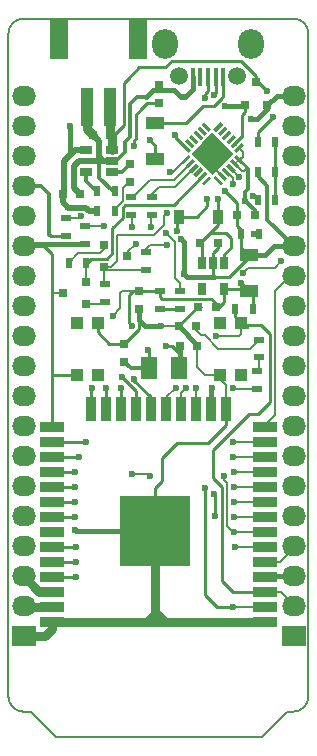
<source format=gbr>
G04 #@! TF.FileFunction,Copper,L1,Top,Signal*
%FSLAX46Y46*%
G04 Gerber Fmt 4.6, Leading zero omitted, Abs format (unit mm)*
G04 Created by KiCad (PCBNEW (2015-01-16 BZR 5376)-product) date 03-Feb-17 1:00:34 PM*
%MOMM*%
G01*
G04 APERTURE LIST*
%ADD10C,0.100000*%
%ADD11C,0.150000*%
%ADD12R,0.500000X0.900000*%
%ADD13R,0.800000X0.750000*%
%ADD14R,0.995680X3.200000*%
%ADD15R,0.998220X3.200000*%
%ADD16R,1.498600X3.398520*%
%ADD17R,1.498600X3.395980*%
%ADD18R,2.032000X1.727200*%
%ADD19O,2.032000X1.727200*%
%ADD20R,0.900000X0.500000*%
%ADD21R,1.600000X1.000000*%
%ADD22R,0.797560X0.797560*%
%ADD23R,1.060000X0.650000*%
%ADD24R,0.800100X0.800100*%
%ADD25R,0.650000X1.060000*%
%ADD26R,0.750000X0.800000*%
%ADD27R,0.400000X1.600000*%
%ADD28C,1.500000*%
%ADD29O,2.200000X2.500000*%
%ADD30R,0.910000X1.220000*%
%ADD31R,2.000000X0.900000*%
%ADD32R,0.900000X2.000000*%
%ADD33R,6.000000X6.000000*%
%ADD34R,1.000760X1.000760*%
%ADD35R,1.400000X1.900000*%
%ADD36C,0.600000*%
%ADD37C,0.250000*%
%ADD38C,0.500000*%
%ADD39C,0.800000*%
%ADD40C,0.300000*%
%ADD41C,0.200000*%
%ADD42C,0.400000*%
G04 APERTURE END LIST*
D10*
D11*
X98806000Y-128143000D02*
X99060000Y-127889000D01*
X81407000Y-128143000D02*
X98806000Y-128143000D01*
X81153000Y-127889000D02*
X81407000Y-128143000D01*
X77343000Y-124714000D02*
X77343000Y-68580000D01*
X79248000Y-125984000D02*
X78613000Y-125984000D01*
X101473000Y-125984000D02*
X100965000Y-125984000D01*
X102743000Y-68580000D02*
X102743000Y-124714000D01*
X78613000Y-67310000D02*
X101473000Y-67310000D01*
X78613000Y-67310000D02*
G75*
G03X77343000Y-68580000I0J-1270000D01*
G01*
X102743000Y-68580000D02*
G75*
G03X101473000Y-67310000I-1270000J0D01*
G01*
X101473000Y-125984000D02*
G75*
G03X102743000Y-124714000I0J1270000D01*
G01*
X77343000Y-124714000D02*
G75*
G03X78613000Y-125984000I1270000J0D01*
G01*
X81153000Y-127889000D02*
X79248000Y-125984000D01*
X100965000Y-125984000D02*
X99060000Y-127889000D01*
D12*
X98437000Y-80264000D03*
X99937000Y-80264000D03*
X98437000Y-82677000D03*
X99937000Y-82677000D03*
X99937000Y-77724000D03*
X98437000Y-77724000D03*
D13*
X81927000Y-82169000D03*
X83427000Y-82169000D03*
D14*
X85963760Y-74803000D03*
D15*
X83962240Y-74803000D03*
D16*
X88308180Y-69054980D03*
D17*
X81615280Y-69054980D03*
D18*
X78622721Y-119577474D03*
D19*
X78622721Y-117037474D03*
X78622721Y-114497474D03*
X78622721Y-111957474D03*
X78622721Y-109417474D03*
X78622721Y-106877474D03*
X78622721Y-104337474D03*
X78622721Y-101797474D03*
X78622721Y-99257474D03*
X78622721Y-96717474D03*
X78622721Y-94177474D03*
X78622721Y-91637474D03*
X78622721Y-89097474D03*
X78622721Y-86557474D03*
X78622721Y-84017474D03*
X78622721Y-81477474D03*
X78622721Y-78937474D03*
X78622721Y-76397474D03*
X78622721Y-73857474D03*
D18*
X101482721Y-119577474D03*
D19*
X101482721Y-117037474D03*
X101482721Y-114497474D03*
X101482721Y-111957474D03*
X101482721Y-109417474D03*
X101482721Y-106877474D03*
X101482721Y-104337474D03*
X101482721Y-101797474D03*
X101482721Y-99257474D03*
X101482721Y-96717474D03*
X101482721Y-94177474D03*
X101482721Y-91637474D03*
X101482721Y-89097474D03*
X101482721Y-86557474D03*
X101482721Y-84017474D03*
X101482721Y-81477474D03*
X101482721Y-78937474D03*
X101482721Y-76397474D03*
X101482721Y-73857474D03*
D10*
G36*
X95516561Y-81197196D02*
X95304429Y-81409328D01*
X94703389Y-80808288D01*
X94915521Y-80596156D01*
X95516561Y-81197196D01*
X95516561Y-81197196D01*
G37*
G36*
X95870114Y-80843642D02*
X95657982Y-81055774D01*
X95056942Y-80454734D01*
X95269074Y-80242602D01*
X95870114Y-80843642D01*
X95870114Y-80843642D01*
G37*
G36*
X96223668Y-80490089D02*
X96011536Y-80702221D01*
X95410496Y-80101181D01*
X95622628Y-79889049D01*
X96223668Y-80490089D01*
X96223668Y-80490089D01*
G37*
G36*
X96577221Y-80136536D02*
X96365089Y-80348668D01*
X95764049Y-79747628D01*
X95976181Y-79535496D01*
X96577221Y-80136536D01*
X96577221Y-80136536D01*
G37*
G36*
X96930774Y-79782982D02*
X96718642Y-79995114D01*
X96117602Y-79394074D01*
X96329734Y-79181942D01*
X96930774Y-79782982D01*
X96930774Y-79782982D01*
G37*
G36*
X97284328Y-79429429D02*
X97072196Y-79641561D01*
X96471156Y-79040521D01*
X96683288Y-78828389D01*
X97284328Y-79429429D01*
X97284328Y-79429429D01*
G37*
G36*
X97072196Y-77838439D02*
X97284328Y-78050571D01*
X96683288Y-78651611D01*
X96471156Y-78439479D01*
X97072196Y-77838439D01*
X97072196Y-77838439D01*
G37*
G36*
X96718642Y-77484886D02*
X96930774Y-77697018D01*
X96329734Y-78298058D01*
X96117602Y-78085926D01*
X96718642Y-77484886D01*
X96718642Y-77484886D01*
G37*
G36*
X96365089Y-77131332D02*
X96577221Y-77343464D01*
X95976181Y-77944504D01*
X95764049Y-77732372D01*
X96365089Y-77131332D01*
X96365089Y-77131332D01*
G37*
G36*
X96011536Y-76777779D02*
X96223668Y-76989911D01*
X95622628Y-77590951D01*
X95410496Y-77378819D01*
X96011536Y-76777779D01*
X96011536Y-76777779D01*
G37*
G36*
X95657982Y-76424226D02*
X95870114Y-76636358D01*
X95269074Y-77237398D01*
X95056942Y-77025266D01*
X95657982Y-76424226D01*
X95657982Y-76424226D01*
G37*
G36*
X95304429Y-76070672D02*
X95516561Y-76282804D01*
X94915521Y-76883844D01*
X94703389Y-76671712D01*
X95304429Y-76070672D01*
X95304429Y-76070672D01*
G37*
G36*
X94526611Y-76671712D02*
X94314479Y-76883844D01*
X93713439Y-76282804D01*
X93925571Y-76070672D01*
X94526611Y-76671712D01*
X94526611Y-76671712D01*
G37*
G36*
X94173058Y-77025266D02*
X93960926Y-77237398D01*
X93359886Y-76636358D01*
X93572018Y-76424226D01*
X94173058Y-77025266D01*
X94173058Y-77025266D01*
G37*
G36*
X93819504Y-77378819D02*
X93607372Y-77590951D01*
X93006332Y-76989911D01*
X93218464Y-76777779D01*
X93819504Y-77378819D01*
X93819504Y-77378819D01*
G37*
G36*
X93465951Y-77732372D02*
X93253819Y-77944504D01*
X92652779Y-77343464D01*
X92864911Y-77131332D01*
X93465951Y-77732372D01*
X93465951Y-77732372D01*
G37*
G36*
X93112398Y-78085926D02*
X92900266Y-78298058D01*
X92299226Y-77697018D01*
X92511358Y-77484886D01*
X93112398Y-78085926D01*
X93112398Y-78085926D01*
G37*
G36*
X92758844Y-78439479D02*
X92546712Y-78651611D01*
X91945672Y-78050571D01*
X92157804Y-77838439D01*
X92758844Y-78439479D01*
X92758844Y-78439479D01*
G37*
G36*
X92546712Y-78828389D02*
X92758844Y-79040521D01*
X92157804Y-79641561D01*
X91945672Y-79429429D01*
X92546712Y-78828389D01*
X92546712Y-78828389D01*
G37*
G36*
X92900266Y-79181942D02*
X93112398Y-79394074D01*
X92511358Y-79995114D01*
X92299226Y-79782982D01*
X92900266Y-79181942D01*
X92900266Y-79181942D01*
G37*
G36*
X93253819Y-79535496D02*
X93465951Y-79747628D01*
X92864911Y-80348668D01*
X92652779Y-80136536D01*
X93253819Y-79535496D01*
X93253819Y-79535496D01*
G37*
G36*
X93607372Y-79889049D02*
X93819504Y-80101181D01*
X93218464Y-80702221D01*
X93006332Y-80490089D01*
X93607372Y-79889049D01*
X93607372Y-79889049D01*
G37*
G36*
X93960926Y-80242602D02*
X94173058Y-80454734D01*
X93572018Y-81055774D01*
X93359886Y-80843642D01*
X93960926Y-80242602D01*
X93960926Y-80242602D01*
G37*
G36*
X94314479Y-80596156D02*
X94526611Y-80808288D01*
X93925571Y-81409328D01*
X93713439Y-81197196D01*
X94314479Y-80596156D01*
X94314479Y-80596156D01*
G37*
G36*
X95534239Y-77820761D02*
X94615000Y-78740000D01*
X93695761Y-77820761D01*
X94615000Y-76901522D01*
X95534239Y-77820761D01*
X95534239Y-77820761D01*
G37*
G36*
X94615000Y-78740000D02*
X93695761Y-79659239D01*
X92776522Y-78740000D01*
X93695761Y-77820761D01*
X94615000Y-78740000D01*
X94615000Y-78740000D01*
G37*
G36*
X96453478Y-78740000D02*
X95534239Y-79659239D01*
X94615000Y-78740000D01*
X95534239Y-77820761D01*
X96453478Y-78740000D01*
X96453478Y-78740000D01*
G37*
G36*
X95534239Y-79659239D02*
X94615000Y-80578478D01*
X93695761Y-79659239D01*
X94615000Y-78740000D01*
X95534239Y-79659239D01*
X95534239Y-79659239D01*
G37*
D20*
X82232500Y-85713000D03*
X82232500Y-84213000D03*
X89471500Y-83935000D03*
X89471500Y-82435000D03*
D21*
X89747920Y-76167476D03*
X89747920Y-79167476D03*
D22*
X87665120Y-81109174D03*
X87665120Y-79610574D03*
X90068400Y-74434700D03*
X90068400Y-72936100D03*
X93240420Y-93313875D03*
X91741820Y-93313875D03*
D23*
X86126500Y-80325000D03*
X86126500Y-79375000D03*
X86126500Y-78425000D03*
X83926500Y-78425000D03*
X83926500Y-80325000D03*
D24*
X97348000Y-74660760D03*
X99248000Y-74660760D03*
X98298000Y-72661780D03*
D25*
X95625519Y-87997475D03*
X94675519Y-87997475D03*
X93725519Y-87997475D03*
X93725519Y-90197475D03*
X95625519Y-90197475D03*
D24*
X85394360Y-86471074D03*
X85394360Y-88371074D03*
X87393340Y-87421074D03*
X83941480Y-91469874D03*
X83941480Y-89569874D03*
X81942500Y-90519874D03*
D12*
X98540000Y-85547200D03*
X97040000Y-85547200D03*
X84848000Y-81915000D03*
X86348000Y-81915000D03*
D20*
X91881520Y-90379475D03*
X91881520Y-91879475D03*
D12*
X84848000Y-83566000D03*
X86348000Y-83566000D03*
X82444720Y-87979875D03*
X83944720Y-87979875D03*
D20*
X85531520Y-91269874D03*
X85531520Y-89769874D03*
D12*
X98067120Y-91891475D03*
X96567120Y-91891475D03*
D20*
X87757000Y-83935000D03*
X87757000Y-82435000D03*
X89027000Y-87070500D03*
X89027000Y-88570500D03*
X83855120Y-84893075D03*
X83855120Y-86393075D03*
X98552000Y-94500000D03*
X98552000Y-96000000D03*
D13*
X85967000Y-77152500D03*
X84467000Y-77152500D03*
X93569920Y-86303475D03*
X95069920Y-86303475D03*
X96684400Y-83921600D03*
X98184400Y-83921600D03*
X94917521Y-91739074D03*
X93417521Y-91739074D03*
D21*
X97672720Y-90343474D03*
X97672720Y-87343474D03*
D13*
X91842719Y-94990275D03*
X93342719Y-94990275D03*
D26*
X88427120Y-90379475D03*
X88427120Y-91879475D03*
X87157120Y-96349875D03*
X87157120Y-94849875D03*
D20*
X98425000Y-98667000D03*
X98425000Y-97167000D03*
X90154320Y-91879475D03*
X90154320Y-90379475D03*
D27*
X95534000Y-72236000D03*
X94884000Y-72236000D03*
X94234000Y-72236000D03*
X93584000Y-72236000D03*
X92934000Y-72236000D03*
D28*
X96659000Y-72136000D03*
D29*
X97859000Y-69486000D03*
D28*
X91809000Y-72136000D03*
D29*
X90609000Y-69486000D03*
D30*
X95056200Y-84074000D03*
X91786200Y-84074000D03*
D31*
X99052721Y-118375875D03*
X99052721Y-117105875D03*
X99052721Y-115835875D03*
X99052721Y-114565875D03*
X99052721Y-113295875D03*
X99052721Y-112025875D03*
X99052721Y-110755875D03*
X99052721Y-109485875D03*
X99052721Y-108215875D03*
X99052721Y-106945875D03*
X99052721Y-105675875D03*
X99052721Y-104405875D03*
X99052721Y-103135875D03*
X99052721Y-101865875D03*
X81052721Y-118375875D03*
X81052721Y-101865875D03*
X81052721Y-103135875D03*
X81052721Y-104405875D03*
X81052721Y-105675875D03*
X81052721Y-106945875D03*
X81052721Y-108215875D03*
X81052721Y-109485875D03*
X81052721Y-110755875D03*
X81052721Y-112025875D03*
X81052721Y-113295875D03*
X81052721Y-114565875D03*
X81052721Y-115835875D03*
X81052721Y-117105875D03*
D32*
X95767721Y-100375875D03*
X94482721Y-100375875D03*
X93227721Y-100375875D03*
X91957721Y-100375875D03*
X90687721Y-100375875D03*
X89417721Y-100375875D03*
X88147721Y-100375875D03*
X86877721Y-100375875D03*
X85607721Y-100375875D03*
X84337721Y-100375875D03*
D33*
X89752721Y-110675875D03*
D34*
X97048720Y-93044275D03*
X95248720Y-97444275D03*
X95248720Y-93044275D03*
X97048720Y-97444275D03*
X83107520Y-97444275D03*
X84907520Y-93044275D03*
X84907520Y-97444275D03*
X83107520Y-93044275D03*
D35*
X91760720Y-96920675D03*
X89239920Y-96920675D03*
D36*
X99250500Y-73406000D03*
X99758500Y-75628500D03*
X90255920Y-93313875D03*
X82991520Y-110585875D03*
X95694500Y-81915000D03*
X94615000Y-79659239D03*
X92329000Y-73914000D03*
X91948000Y-85979000D03*
X92202000Y-88900000D03*
X97840800Y-75844400D03*
X95046800Y-82600800D03*
X82585120Y-76397475D03*
X91576720Y-85287475D03*
X94132400Y-82600800D03*
X95707200Y-74676000D03*
X89290720Y-77616675D03*
X98094800Y-85547200D03*
X96351920Y-117139075D03*
X87766720Y-93313875D03*
X93964320Y-107080674D03*
X86169500Y-92456000D03*
X85407500Y-84899500D03*
X97383600Y-82753200D03*
X97028000Y-89725500D03*
X94932500Y-94170500D03*
X88138000Y-86360000D03*
X83042320Y-114548276D03*
X87766720Y-84982675D03*
X83042320Y-113329074D03*
X87766720Y-105861475D03*
X89290720Y-106064675D03*
X89443121Y-84982676D03*
X96901000Y-80708500D03*
X94742000Y-73787000D03*
X93980000Y-74041000D03*
X96329500Y-81343500D03*
X90678000Y-85471000D03*
X88011000Y-78105000D03*
X94573921Y-98546276D03*
X100457000Y-87820500D03*
X96329500Y-98615500D03*
X97180400Y-88849200D03*
X90805000Y-86487000D03*
X96504320Y-112008275D03*
X96453520Y-110738275D03*
X98044000Y-82296000D03*
X95567500Y-106045000D03*
X96453520Y-109468275D03*
X90662320Y-94990275D03*
X94726319Y-107537875D03*
X94827920Y-109417475D03*
X96402720Y-108249074D03*
X89189119Y-95345875D03*
X96402720Y-106928275D03*
X96402720Y-105709075D03*
X96351920Y-104388275D03*
X96351920Y-103169075D03*
X83905920Y-103169075D03*
X83347119Y-104439075D03*
X82940720Y-105709075D03*
X82991520Y-106928275D03*
X82991520Y-108198276D03*
X82940720Y-109468274D03*
X83042320Y-112059075D03*
X93253120Y-98597075D03*
X92389520Y-98597075D03*
X91525920Y-98546275D03*
X87969921Y-97784274D03*
X86953920Y-97682676D03*
X86903120Y-98597075D03*
X85633120Y-98597076D03*
X84413922Y-98597075D03*
X90763921Y-83763475D03*
X91059000Y-80264000D03*
X83499520Y-84017476D03*
X91440000Y-77152500D03*
D37*
X89951121Y-71419075D02*
X89916000Y-71419075D01*
X90632925Y-71419075D02*
X91186000Y-70866000D01*
X96520000Y-70866000D02*
X96901000Y-70866000D01*
X91186000Y-70866000D02*
X96520000Y-70866000D01*
X89916000Y-71419075D02*
X90632925Y-71419075D01*
X97028000Y-70866000D02*
X98298000Y-72136000D01*
X98298000Y-72136000D02*
X98298000Y-72661780D01*
X96520000Y-70866000D02*
X97028000Y-70866000D01*
D38*
X86126500Y-77312000D02*
X85967000Y-77152500D01*
D39*
X86126500Y-77312000D02*
X85967000Y-77152500D01*
X86126500Y-78425000D02*
X86126500Y-77312000D01*
X85967000Y-74806240D02*
X85963760Y-74803000D01*
X85967000Y-77152500D02*
X85967000Y-74806240D01*
D37*
X86126500Y-77312000D02*
X85967000Y-77152500D01*
X87122000Y-76316500D02*
X86126500Y-77312000D01*
X87122000Y-72724197D02*
X87461922Y-72384275D01*
X87122000Y-75565000D02*
X87122000Y-72724197D01*
X88427122Y-71419075D02*
X87461922Y-72384275D01*
X89916000Y-71419075D02*
X88427122Y-71419075D01*
X87122000Y-75565000D02*
X87122000Y-76316500D01*
X99758500Y-75628500D02*
X98437000Y-76950000D01*
X98437000Y-76950000D02*
X98437000Y-77724000D01*
X98506280Y-72661780D02*
X99250500Y-73406000D01*
X98298000Y-72661780D02*
X98506280Y-72661780D01*
D39*
X88681120Y-118375874D02*
X81052721Y-118375874D01*
X89747921Y-118375874D02*
X88681120Y-118375874D01*
X90662320Y-118375874D02*
X89747921Y-118375874D01*
X99052720Y-118375874D02*
X90662320Y-118375874D01*
X81052720Y-118976275D02*
X80451520Y-119577475D01*
X80451520Y-119577475D02*
X78622721Y-119577474D01*
X81052721Y-118375874D02*
X81052720Y-118976275D01*
X89747921Y-118409075D02*
X89747921Y-118375874D01*
X89747920Y-118380675D02*
X89747921Y-118409075D01*
X89752721Y-118375874D02*
X89747920Y-118380675D01*
X89752720Y-117550275D02*
X89752721Y-118375874D01*
X89752720Y-110675875D02*
X89752720Y-117550275D01*
X89824120Y-117621674D02*
X89752720Y-117550275D01*
X90578320Y-118375874D02*
X89824120Y-117621674D01*
X90662320Y-118375874D02*
X90578320Y-118375874D01*
X89069920Y-118375874D02*
X88714320Y-118375874D01*
X88714320Y-118375874D02*
X88681120Y-118409076D01*
X88681120Y-118409076D02*
X88681120Y-118375874D01*
X89824120Y-117621674D02*
X89069920Y-118375874D01*
D38*
X82889920Y-80899000D02*
X82889920Y-79797080D01*
X82889920Y-80918675D02*
X82889920Y-80899000D01*
D40*
X87195920Y-94888675D02*
X87157119Y-94849875D01*
D37*
X93316620Y-91739075D02*
X91741820Y-93313875D01*
X93417520Y-91739075D02*
X93316620Y-91739075D01*
X95069920Y-86772674D02*
X94675520Y-87167076D01*
X94675520Y-87167076D02*
X94675521Y-87997476D01*
X95069920Y-86303475D02*
X95069920Y-86772674D01*
X93608720Y-91739075D02*
X93417520Y-91739075D01*
X94675521Y-87997476D02*
X94675519Y-89148275D01*
X94742000Y-89148275D02*
X94675519Y-89148275D01*
X96017764Y-89148276D02*
X94742000Y-89148275D01*
X97672720Y-87493315D02*
X96017764Y-89148276D01*
X97672720Y-87343474D02*
X97672720Y-87493315D01*
X88427120Y-93579874D02*
X87157119Y-94849875D01*
X88427120Y-91879475D02*
X88427120Y-93579874D01*
D41*
X97955190Y-87061004D02*
X97672720Y-87343474D01*
X90255920Y-93313875D02*
X91741820Y-93313875D01*
D42*
X83081520Y-110675875D02*
X89752720Y-110675875D01*
X82991520Y-110585875D02*
X83081520Y-110675875D01*
X99071120Y-87343474D02*
X97672720Y-87343474D01*
X99857120Y-86557474D02*
X99071120Y-87343474D01*
X101482721Y-86557474D02*
X99857120Y-86557474D01*
X93342720Y-94914774D02*
X91741820Y-93313875D01*
X93342720Y-94990275D02*
X93342720Y-94914774D01*
X88427120Y-92856675D02*
X88884321Y-93313875D01*
X88884321Y-93313875D02*
X90255920Y-93313875D01*
X88427120Y-91879475D02*
X88427120Y-92856675D01*
D37*
X95767721Y-101721276D02*
X94269120Y-103219875D01*
X94269120Y-103219875D02*
X91627520Y-103219874D01*
X91627520Y-103219874D02*
X90306720Y-104540675D01*
X90306720Y-104540675D02*
X90306720Y-106471074D01*
X90306720Y-106471074D02*
X89752721Y-107025075D01*
X89752721Y-107025075D02*
X89752720Y-110675875D01*
X95767720Y-100375876D02*
X95767721Y-101721276D01*
X97040000Y-86710754D02*
X97672720Y-87343474D01*
X97040000Y-85547200D02*
X97040000Y-86710754D01*
X96684400Y-84848000D02*
X96684400Y-83921600D01*
X97040000Y-85203600D02*
X96684400Y-84848000D01*
X97040000Y-85547200D02*
X97040000Y-85203600D01*
X85896375Y-94849875D02*
X84907520Y-93861020D01*
X84907520Y-93861020D02*
X84907520Y-93044275D01*
X87157120Y-94849875D02*
X85896375Y-94849875D01*
D41*
X95767721Y-98307721D02*
X95767721Y-100375875D01*
X95248720Y-97788720D02*
X95767721Y-98307721D01*
X95248720Y-97444275D02*
X95248720Y-97788720D01*
X93951775Y-97444275D02*
X93342719Y-96835219D01*
X93342719Y-96835219D02*
X93342719Y-94990275D01*
X95248720Y-97444275D02*
X93951775Y-97444275D01*
X94615000Y-79819500D02*
X94615000Y-79659239D01*
X95444688Y-80649188D02*
X94615000Y-79819500D01*
X95463528Y-80649188D02*
X95444688Y-80649188D01*
D37*
X93695761Y-78740000D02*
X94615000Y-77820761D01*
X94615000Y-77820761D02*
X95534239Y-78740000D01*
X95534239Y-78740000D02*
X94615000Y-79659239D01*
X95694500Y-81915000D02*
X96684400Y-82904900D01*
X96684400Y-83921600D02*
X96684400Y-82904900D01*
D42*
X92807000Y-73436000D02*
X92329000Y-73914000D01*
X92837000Y-89148275D02*
X92831275Y-89148275D01*
X94742000Y-89148275D02*
X92837000Y-89148275D01*
X92934000Y-73309000D02*
X92329000Y-73914000D01*
X92934000Y-72236000D02*
X92934000Y-73309000D01*
X92450275Y-89148275D02*
X92202000Y-88900000D01*
X92837000Y-89148275D02*
X92450275Y-89148275D01*
X92202000Y-86233000D02*
X91948000Y-85979000D01*
X92202000Y-88900000D02*
X92202000Y-86233000D01*
D38*
X82889920Y-81631920D02*
X83427000Y-82169000D01*
X82889920Y-80899000D02*
X82889920Y-81631920D01*
X83312000Y-79375000D02*
X82889920Y-79797080D01*
X84963000Y-79375000D02*
X83312000Y-79375000D01*
X86126500Y-79375000D02*
X84963000Y-79375000D01*
D39*
X83962240Y-76647740D02*
X84467000Y-77152500D01*
X83962240Y-74803000D02*
X83962240Y-76647740D01*
D38*
X85344000Y-79375000D02*
X85026500Y-79057500D01*
X85026500Y-79057500D02*
X85026500Y-77712000D01*
X85026500Y-77712000D02*
X84467000Y-77152500D01*
X86126500Y-79375000D02*
X85344000Y-79375000D01*
D40*
X85026500Y-79438500D02*
X84963000Y-79375000D01*
X85026500Y-80772000D02*
X85026500Y-79438500D01*
X86169500Y-81915000D02*
X85026500Y-80772000D01*
X86348000Y-81915000D02*
X86169500Y-81915000D01*
X86126500Y-79375000D02*
X86487000Y-79375000D01*
X87249000Y-78613000D02*
X87249000Y-78105000D01*
X87249000Y-78613000D02*
X86487000Y-79375000D01*
D42*
X90198965Y-73358765D02*
X89582235Y-73358765D01*
X90745065Y-73358765D02*
X90198965Y-73358765D01*
D40*
X88265000Y-73914000D02*
X87630000Y-74549000D01*
X87630000Y-74549000D02*
X87630000Y-77343000D01*
X87630000Y-77343000D02*
X87249000Y-77724000D01*
X89027000Y-73914000D02*
X88265000Y-73914000D01*
D42*
X89582235Y-73358765D02*
X89027000Y-73914000D01*
X92329000Y-73914000D02*
X91948000Y-73914000D01*
X90735930Y-73367900D02*
X90745065Y-73358765D01*
X91401900Y-73367900D02*
X90735930Y-73367900D01*
X91948000Y-73914000D02*
X91401900Y-73367900D01*
D40*
X87249000Y-77724000D02*
X87249000Y-78105000D01*
D37*
X90068400Y-73228200D02*
X90198965Y-73358765D01*
X90068400Y-72936100D02*
X90068400Y-73228200D01*
X101479974Y-86557474D02*
X101482721Y-86557474D01*
D40*
X99250500Y-84328000D02*
X101479974Y-86557474D01*
X99250500Y-81470500D02*
X99250500Y-84328000D01*
X98437000Y-80657000D02*
X99250500Y-81470500D01*
D37*
X98437000Y-80264000D02*
X98437000Y-80657000D01*
X93725519Y-86459075D02*
X93569920Y-86303474D01*
X93725520Y-87997476D02*
X93725519Y-86459075D01*
X95742320Y-85490675D02*
X94382720Y-85490674D01*
X96148721Y-85897075D02*
X95742320Y-85490675D01*
X96148720Y-86354274D02*
X96148721Y-85897075D01*
X94234000Y-85639394D02*
X93569920Y-86303474D01*
X94382720Y-85490674D02*
X94234000Y-85639394D01*
X96148720Y-86709875D02*
X96148720Y-86354274D01*
X95625520Y-87233075D02*
X96148720Y-86709875D01*
X95625520Y-87997475D02*
X95625520Y-87233075D01*
X95056200Y-84826600D02*
X94234000Y-85648800D01*
X94234000Y-85648800D02*
X94234000Y-85639394D01*
X95056200Y-84074000D02*
X95056200Y-84826600D01*
X99030164Y-74655036D02*
X99079920Y-74655036D01*
D42*
X100051286Y-73857474D02*
X99248000Y-74660760D01*
X101482721Y-73857474D02*
X100051286Y-73857474D01*
X98399600Y-75844400D02*
X97840800Y-75844400D01*
D37*
X95056200Y-84074000D02*
X95056200Y-82610200D01*
X95056200Y-82610200D02*
X95046800Y-82600800D01*
D42*
X99248000Y-74996000D02*
X98399600Y-75844400D01*
X99248000Y-74660760D02*
X99248000Y-74996000D01*
D41*
X82585120Y-76397475D02*
X82585120Y-78089075D01*
D37*
X91576720Y-84283480D02*
X91786200Y-84074000D01*
X91576720Y-85287475D02*
X91576720Y-84283480D01*
X93268800Y-84074000D02*
X94132400Y-83210400D01*
X94132400Y-83210400D02*
X94132400Y-82600800D01*
X95707200Y-74676000D02*
X95728164Y-74655036D01*
X95728164Y-74655036D02*
X97179920Y-74655036D01*
X91786200Y-84074000D02*
X93268800Y-84074000D01*
D41*
X97155000Y-74679956D02*
X97179920Y-74655036D01*
X96543028Y-77891472D02*
X97155000Y-77279500D01*
D37*
X89747920Y-78073875D02*
X89290720Y-77616675D01*
X89747920Y-79167476D02*
X89747920Y-78073875D01*
D40*
X98540000Y-85547200D02*
X98094800Y-85547200D01*
D42*
X97332760Y-74676000D02*
X97348000Y-74660760D01*
X95707200Y-74676000D02*
X97332760Y-74676000D01*
D37*
X97348000Y-75245000D02*
X97348000Y-74660760D01*
X97155000Y-75438000D02*
X97348000Y-75245000D01*
X97155000Y-77279500D02*
X97155000Y-75438000D01*
X96543028Y-77891472D02*
X97155000Y-77279500D01*
X96524188Y-77891472D02*
X96543028Y-77891472D01*
D42*
X84201000Y-83566000D02*
X83947000Y-83312000D01*
X83947000Y-83312000D02*
X82423000Y-83312000D01*
X82423000Y-83312000D02*
X81927000Y-82816000D01*
X81927000Y-82816000D02*
X81927000Y-82169000D01*
D38*
X81927000Y-82816000D02*
X81927000Y-82169000D01*
X82423000Y-83312000D02*
X81927000Y-82816000D01*
X83947000Y-83312000D02*
X82423000Y-83312000D01*
X84201000Y-83566000D02*
X83947000Y-83312000D01*
X84848000Y-83566000D02*
X84201000Y-83566000D01*
X82026320Y-82341076D02*
X82026320Y-79390680D01*
X82359500Y-79057500D02*
X82026320Y-79390680D01*
X82992000Y-78425000D02*
X82359500Y-79057500D01*
X83926500Y-78425000D02*
X82992000Y-78425000D01*
D42*
X82585120Y-78768380D02*
X82359500Y-78994000D01*
X82359500Y-78994000D02*
X82359500Y-79057500D01*
X82585120Y-76397475D02*
X82585120Y-78768380D01*
D41*
X96351920Y-117139075D02*
X96385121Y-117105875D01*
X96385121Y-117105875D02*
X99052720Y-117105875D01*
D37*
X95625521Y-91297076D02*
X95625520Y-90197475D01*
X95183520Y-91739076D02*
X95625521Y-91297076D01*
X94917520Y-91739074D02*
X95183520Y-91739076D01*
X97526720Y-90197475D02*
X97672721Y-90343476D01*
X95625520Y-90197475D02*
X97526720Y-90197475D01*
X94523120Y-91027875D02*
X90306720Y-91027875D01*
X90306720Y-91027875D02*
X90154320Y-90875475D01*
X90154320Y-90875475D02*
X90154320Y-90379475D01*
X94917520Y-91422275D02*
X94523120Y-91027875D01*
X94917520Y-91739074D02*
X94917520Y-91422275D01*
X98067120Y-90737875D02*
X97672721Y-90343476D01*
X98067120Y-91891475D02*
X98067120Y-90737875D01*
X90154320Y-90379475D02*
X88427120Y-90379475D01*
X87856320Y-90379474D02*
X87563520Y-90672274D01*
X87563520Y-90672274D02*
X87563522Y-93110675D01*
X87563522Y-93110675D02*
X87766720Y-93313875D01*
X93964320Y-107080674D02*
X94015120Y-107131474D01*
X94015120Y-107131474D02*
X94015120Y-116123075D01*
X94015120Y-116123075D02*
X95031120Y-117139075D01*
X95031120Y-117139075D02*
X96351920Y-117139075D01*
X88427120Y-90379475D02*
X87856320Y-90379474D01*
D41*
X86976025Y-90379475D02*
X86804500Y-90551000D01*
X86804500Y-90551000D02*
X86804500Y-91821000D01*
X86804500Y-91821000D02*
X86169500Y-92456000D01*
X85407500Y-84899500D02*
X85401075Y-84893075D01*
X85401075Y-84893075D02*
X83855120Y-84893075D01*
D11*
X88427120Y-90379475D02*
X86976025Y-90379475D01*
D41*
X97218500Y-78585783D02*
X96877742Y-78245025D01*
X97218500Y-78994000D02*
X97218500Y-78585783D01*
X96977525Y-79234975D02*
X97218500Y-78994000D01*
X96877742Y-79234975D02*
X96977525Y-79234975D01*
X96524189Y-79588528D02*
X96877742Y-79234975D01*
X96524188Y-79588528D02*
X96524189Y-79588528D01*
X97155000Y-80200500D02*
X97282000Y-80200500D01*
X96543028Y-79588528D02*
X97155000Y-80200500D01*
X96524188Y-79588528D02*
X96543028Y-79588528D01*
X97472500Y-79819500D02*
X97472500Y-80010000D01*
X97472500Y-80010000D02*
X97282000Y-80200500D01*
X96887975Y-79234975D02*
X97472500Y-79819500D01*
X96877742Y-79234975D02*
X96887975Y-79234975D01*
D37*
X97663000Y-80020233D02*
X96877742Y-79234975D01*
D40*
X98184400Y-83554000D02*
X98184400Y-83921600D01*
X97383600Y-82753200D02*
X98184400Y-83554000D01*
X97663000Y-80073500D02*
X97663000Y-80020233D01*
X97663000Y-80020233D02*
X97663000Y-80073500D01*
X97383600Y-82003900D02*
X97663000Y-81724500D01*
X97663000Y-81724500D02*
X97663000Y-80020233D01*
X97383600Y-82753200D02*
X97383600Y-82003900D01*
X97645974Y-90343474D02*
X97028000Y-89725500D01*
X97672720Y-90343474D02*
X97645974Y-90343474D01*
D41*
X100433520Y-115835875D02*
X99052720Y-115835875D01*
X101482720Y-116885075D02*
X100433520Y-115835875D01*
X101482720Y-117037475D02*
X101482720Y-116885075D01*
X87393340Y-87421074D02*
X87393341Y-87083255D01*
D37*
X97648720Y-93244274D02*
X96739520Y-93244275D01*
D41*
X97648720Y-93244274D02*
X97648720Y-93541075D01*
D37*
X96318720Y-115835875D02*
X99052720Y-115835875D01*
X95437520Y-114954675D02*
X96318720Y-115835875D01*
X95437520Y-106994520D02*
X95437520Y-114954675D01*
X95793120Y-102711876D02*
X95664748Y-102840247D01*
X96097921Y-102407075D02*
X95793120Y-102711876D01*
X97723520Y-100781476D02*
X96097921Y-102407075D01*
X98485520Y-100781475D02*
X97723520Y-100781476D01*
X99501520Y-99765475D02*
X98485520Y-100781475D01*
X99501520Y-94025075D02*
X99501520Y-99765475D01*
X98720720Y-93244275D02*
X99501520Y-94025075D01*
X97648720Y-93244274D02*
X98720720Y-93244275D01*
X96567120Y-92562675D02*
X97048720Y-93044275D01*
X96567120Y-91891475D02*
X96567120Y-92562675D01*
D41*
X87393340Y-87104660D02*
X87393340Y-87421074D01*
X97048720Y-94022780D02*
X96901000Y-94170500D01*
X96901000Y-94170500D02*
X94932500Y-94170500D01*
X88138000Y-86360000D02*
X87393340Y-87104660D01*
X97048720Y-93044275D02*
X97048720Y-94022780D01*
D37*
X95660753Y-102840247D02*
X94678500Y-103822500D01*
X94678500Y-103822500D02*
X94678500Y-106235500D01*
X94678500Y-106235500D02*
X95437520Y-106994520D01*
X95664748Y-102840247D02*
X95660753Y-102840247D01*
X83024720Y-114565875D02*
X83042320Y-114548276D01*
X81052720Y-114565875D02*
X83024720Y-114565875D01*
D41*
X87766720Y-83903875D02*
X87766720Y-84982675D01*
D37*
X83009120Y-113295874D02*
X83042320Y-113329074D01*
X81052720Y-113295876D02*
X83009120Y-113295874D01*
D41*
X89443121Y-83963379D02*
X89471500Y-83935000D01*
X89087520Y-105861475D02*
X87766720Y-105861475D01*
X89290720Y-106064675D02*
X89087520Y-105861475D01*
X89443121Y-83963379D02*
X89443121Y-84982676D01*
D37*
X95534000Y-73884000D02*
X95407000Y-74011000D01*
X94742000Y-74676000D02*
X94488000Y-74676000D01*
X95407000Y-74011000D02*
X94742000Y-74676000D01*
X95534000Y-72236000D02*
X95534000Y-73884000D01*
X92361524Y-76167476D02*
X93853000Y-74676000D01*
X93853000Y-74676000D02*
X94488000Y-74676000D01*
X89747920Y-76167476D02*
X92361524Y-76167476D01*
D41*
X96170635Y-79978135D02*
X96901000Y-80708500D01*
X96170635Y-79942082D02*
X96170635Y-79978135D01*
D37*
X94742000Y-73787000D02*
X94757000Y-73772000D01*
X94884000Y-73645000D02*
X94742000Y-73787000D01*
X94884000Y-72236000D02*
X94884000Y-73645000D01*
D41*
X95817082Y-80295635D02*
X95817082Y-80323082D01*
D37*
X93980000Y-74041000D02*
X94107000Y-73914000D01*
D41*
X95817082Y-80323082D02*
X96329500Y-80835500D01*
X96329500Y-80835500D02*
X96329500Y-81343500D01*
D37*
X93980000Y-73660000D02*
X94234000Y-73406000D01*
X94234000Y-73406000D02*
X94234000Y-72236000D01*
X93980000Y-74041000D02*
X93980000Y-73660000D01*
D41*
X87665120Y-80905974D02*
X87665121Y-81020275D01*
X86348000Y-83451000D02*
X86348000Y-83566000D01*
X87004720Y-82794280D02*
X86348000Y-83451000D01*
X87665121Y-81020275D02*
X87004720Y-81680675D01*
X87004720Y-81680675D02*
X87004720Y-82532275D01*
X87004720Y-82532275D02*
X87004720Y-82794280D01*
X87665120Y-79407376D02*
X87601620Y-79407375D01*
D40*
X86934000Y-80325000D02*
X86126500Y-80325000D01*
X87648426Y-79610574D02*
X86934000Y-80325000D01*
X87665120Y-79610574D02*
X87648426Y-79610574D01*
D41*
X91881520Y-89722520D02*
X91440000Y-89281000D01*
X91440000Y-89281000D02*
X91440000Y-86233000D01*
X91440000Y-86233000D02*
X90678000Y-85471000D01*
X91881520Y-90379475D02*
X91881520Y-89722520D01*
D37*
X88011000Y-77597000D02*
X88138000Y-77470000D01*
X88138000Y-77470000D02*
X88138000Y-75692000D01*
X88011000Y-78105000D02*
X88011000Y-77597000D01*
X89077800Y-74498200D02*
X90093800Y-74498200D01*
X88138000Y-75438000D02*
X88582500Y-74993500D01*
X88582500Y-74993500D02*
X89077800Y-74498200D01*
X88138000Y-75692000D02*
X88138000Y-75438000D01*
D41*
X97802000Y-95250000D02*
X98552000Y-94500000D01*
X95123000Y-95250000D02*
X97802000Y-95250000D01*
X93980000Y-94107000D02*
X95123000Y-95250000D01*
X93662500Y-94107000D02*
X93980000Y-94107000D01*
X93240420Y-93684920D02*
X93662500Y-94107000D01*
X93240420Y-93313875D02*
X93240420Y-93684920D01*
D40*
X83926500Y-81069000D02*
X83926500Y-80325000D01*
X84772500Y-81915000D02*
X83926500Y-81069000D01*
X84848000Y-81915000D02*
X84772500Y-81915000D01*
D42*
X94482720Y-98637476D02*
X94573921Y-98546276D01*
X94482720Y-100375875D02*
X94482720Y-98637476D01*
D41*
X98107500Y-88392000D02*
X98145600Y-88392000D01*
X99885500Y-88392000D02*
X100457000Y-87820500D01*
X98145600Y-88392000D02*
X99885500Y-88392000D01*
X96381000Y-98667000D02*
X96329500Y-98615500D01*
X98425000Y-98667000D02*
X96381000Y-98667000D01*
X97637600Y-88392000D02*
X97180400Y-88849200D01*
X89027000Y-86804500D02*
X89027000Y-87070500D01*
X89344500Y-86487000D02*
X90805000Y-86487000D01*
X89027000Y-86804500D02*
X89344500Y-86487000D01*
X98145600Y-88392000D02*
X97637600Y-88392000D01*
X99121120Y-114497474D02*
X99052720Y-114565875D01*
D42*
X99121120Y-114497474D02*
X99052720Y-114565875D01*
X101482720Y-114497476D02*
X99121120Y-114497474D01*
D41*
X100347520Y-113295874D02*
X99052720Y-113295876D01*
X101482720Y-112160676D02*
X100347520Y-113295874D01*
X101482721Y-111957475D02*
X101482720Y-112160676D01*
X96521920Y-112025876D02*
X96504320Y-112008275D01*
X99052720Y-112025875D02*
X96521920Y-112025876D01*
X96471121Y-110755876D02*
X96453520Y-110738275D01*
X99052720Y-110755875D02*
X96471121Y-110755876D01*
X98437000Y-82677000D02*
X98425000Y-82677000D01*
X98425000Y-82677000D02*
X98044000Y-82296000D01*
X95567500Y-106362500D02*
X95821500Y-106616500D01*
X95821500Y-106616500D02*
X95821500Y-107759500D01*
X95567500Y-106045000D02*
X95567500Y-106362500D01*
X95821500Y-107759500D02*
X95821500Y-110236000D01*
X96323775Y-110738275D02*
X95821500Y-110236000D01*
X96453520Y-110738275D02*
X96323775Y-110738275D01*
X96471120Y-109485875D02*
X96453520Y-109468275D01*
X99052720Y-109485875D02*
X96471120Y-109485875D01*
D42*
X91842720Y-96838675D02*
X91760720Y-96920675D01*
X91842720Y-94990275D02*
X91842720Y-96838675D01*
D37*
X91170320Y-94990274D02*
X90662320Y-94990275D01*
X91760721Y-95580674D02*
X91170320Y-94990274D01*
X91760720Y-96920675D02*
X91760721Y-95580674D01*
X94726319Y-107537875D02*
X94827919Y-107639475D01*
X94827919Y-107639475D02*
X94827920Y-109417475D01*
D41*
X96435921Y-108215874D02*
X96402720Y-108249074D01*
X99052720Y-108215874D02*
X96435921Y-108215874D01*
X89239920Y-96920674D02*
X89239920Y-97682675D01*
D40*
X87727920Y-96920676D02*
X87157120Y-96349876D01*
X89239920Y-96920674D02*
X87727920Y-96920676D01*
D37*
X89239919Y-95396675D02*
X89189119Y-95345875D01*
X89239920Y-96920674D02*
X89239919Y-95396675D01*
D41*
X96420320Y-106945875D02*
X96402720Y-106928275D01*
X99052720Y-106945876D02*
X96420320Y-106945875D01*
X96435920Y-105675875D02*
X96402720Y-105709075D01*
X99052720Y-105675875D02*
X96435920Y-105675875D01*
X96369520Y-104405875D02*
X96351920Y-104388275D01*
X99052720Y-104405875D02*
X96369520Y-104405875D01*
X96369520Y-103135875D02*
X96351920Y-103153475D01*
X96351920Y-103153475D02*
X96351920Y-103169075D01*
X99052720Y-103135875D02*
X96369520Y-103135875D01*
X99907920Y-91789875D02*
X99907921Y-90418275D01*
X99907920Y-100883074D02*
X99907920Y-91789875D01*
X99052720Y-101738275D02*
X99907920Y-100883074D01*
X99052720Y-101865874D02*
X99052720Y-101738275D01*
X99907921Y-90401579D02*
X99907921Y-90418275D01*
X101212026Y-89097474D02*
X99907921Y-90401579D01*
X101482721Y-89097474D02*
X101212026Y-89097474D01*
D37*
X81052721Y-87260275D02*
X80349920Y-86557475D01*
X80349920Y-86557475D02*
X78622721Y-86557474D01*
X81052720Y-90570676D02*
X81052721Y-87260275D01*
X81052720Y-97377875D02*
X81052720Y-90570676D01*
X81052721Y-101865874D02*
X81052720Y-97377875D01*
D41*
X81052720Y-90519876D02*
X81103520Y-90570676D01*
X81103520Y-90570676D02*
X81111920Y-90570674D01*
X81111920Y-90570674D02*
X81052720Y-90570676D01*
X81942501Y-90519874D02*
X81052720Y-90519876D01*
D42*
X78787120Y-86393075D02*
X78622721Y-86557474D01*
X83855120Y-86393075D02*
X78787120Y-86393075D01*
D37*
X81052720Y-97444275D02*
X81052720Y-97377875D01*
X83107520Y-97444275D02*
X81052720Y-97444275D01*
X83872720Y-103135875D02*
X83905920Y-103169075D01*
X81052720Y-103135875D02*
X83872720Y-103135875D01*
X83313919Y-104405875D02*
X83347119Y-104439075D01*
X81052721Y-104405875D02*
X83313919Y-104405875D01*
X82973920Y-105675875D02*
X82940720Y-105709075D01*
X81052720Y-105675875D02*
X82973920Y-105675875D01*
X82973920Y-106945874D02*
X82991520Y-106928275D01*
X81052720Y-106945874D02*
X82973920Y-106945874D01*
X82973920Y-108215875D02*
X82991520Y-108198276D01*
X81052720Y-108215875D02*
X82973920Y-108215875D01*
X83024720Y-109485875D02*
X83007120Y-109468275D01*
X83007120Y-109468275D02*
X82940720Y-109468274D01*
X81052720Y-109485875D02*
X83024720Y-109485875D01*
X83009120Y-112025875D02*
X83042320Y-112059075D01*
X81052720Y-112025875D02*
X83009120Y-112025875D01*
D39*
X79961120Y-115835875D02*
X78622720Y-114497476D01*
X81052720Y-115835875D02*
X79961120Y-115835875D01*
X78691120Y-117105875D02*
X78622720Y-117037475D01*
X81052720Y-117105876D02*
X78691120Y-117105875D01*
D41*
X93227720Y-98622475D02*
X93253120Y-98597075D01*
X93227720Y-100375875D02*
X93227720Y-98622475D01*
X91957720Y-99028875D02*
X92389520Y-98597075D01*
X91957720Y-100375876D02*
X91957720Y-99028875D01*
X90687721Y-100375876D02*
X90687719Y-99384475D01*
X90687719Y-99384475D02*
X91525920Y-98546275D01*
D37*
X87919121Y-97835074D02*
X87969921Y-97784274D01*
X87919121Y-97885874D02*
X87919121Y-97835074D01*
X89417720Y-99384474D02*
X87919121Y-97885874D01*
X89417720Y-100375876D02*
X89417720Y-99384474D01*
X88147720Y-98876476D02*
X86953920Y-97682676D01*
X88147720Y-100375875D02*
X88147720Y-98876476D01*
X86877720Y-98622475D02*
X86903120Y-98597075D01*
X86877720Y-100375875D02*
X86877720Y-98622475D01*
X85607720Y-98622476D02*
X85633120Y-98597076D01*
X85607720Y-100375876D02*
X85607720Y-98622476D01*
X80927844Y-85713000D02*
X80947520Y-85732676D01*
D40*
X80947520Y-85732676D02*
X80807120Y-85592275D01*
X80095920Y-81477474D02*
X78622720Y-81477475D01*
X80807120Y-82188674D02*
X80095920Y-81477474D01*
X80807120Y-85592275D02*
X80807120Y-82188674D01*
D37*
X82232500Y-85713000D02*
X80927844Y-85713000D01*
X79181520Y-84017476D02*
X78622720Y-84017475D01*
X84337721Y-98673276D02*
X84413922Y-98597075D01*
X84337721Y-100375876D02*
X84337721Y-98673276D01*
D41*
X83257520Y-87167075D02*
X82444720Y-87979875D01*
X85074320Y-87167075D02*
X83257520Y-87167075D01*
X85394360Y-86847035D02*
X85074320Y-87167075D01*
X85394360Y-86471076D02*
X85394360Y-86847035D01*
X86541124Y-87833873D02*
X86541122Y-85649472D01*
X86541122Y-85649472D02*
X86547520Y-85643074D01*
X86547520Y-85643074D02*
X89646320Y-85643075D01*
X89646320Y-85643075D02*
X90509920Y-84779475D01*
X90509920Y-84779475D02*
X90509921Y-84017476D01*
X90509921Y-84017476D02*
X90763921Y-83763475D01*
X85394360Y-89632715D02*
X85531520Y-89769876D01*
X85394360Y-88371075D02*
X85394360Y-89632715D01*
X86003920Y-88371075D02*
X86541124Y-87833873D01*
X85394360Y-88371075D02*
X86003920Y-88371075D01*
D11*
X85499160Y-88475875D02*
X85394360Y-88371075D01*
D41*
X85633161Y-88132276D02*
X85394360Y-88371075D01*
X85593786Y-88570500D02*
X85394360Y-88371074D01*
X89027000Y-88570500D02*
X85593786Y-88570500D01*
X91313000Y-80264000D02*
X91059000Y-80264000D01*
X92342025Y-79234975D02*
X91313000Y-80264000D01*
X92352258Y-79234975D02*
X92342025Y-79234975D01*
X85331520Y-91469876D02*
X85531520Y-91269874D01*
X83941481Y-91469876D02*
X85331520Y-91469876D01*
X83944720Y-89566635D02*
X83941480Y-89569875D01*
X83944719Y-87979875D02*
X83944720Y-89566635D01*
D37*
X84356722Y-87624274D02*
X85683920Y-87624275D01*
X85683920Y-87624275D02*
X86141120Y-87167075D01*
X86141120Y-87167075D02*
X86141120Y-85033475D01*
X86141120Y-85033475D02*
X87004720Y-84169875D01*
X87004720Y-84169875D02*
X87004720Y-83357076D01*
X84001122Y-87979875D02*
X84356722Y-87624274D01*
D41*
X83944719Y-87979875D02*
X84001122Y-87979875D01*
D37*
X91325700Y-83108800D02*
X87252996Y-83108800D01*
X87252996Y-83108800D02*
X87004720Y-83357076D01*
X93766472Y-80668028D02*
X91325700Y-83108800D01*
X93766472Y-80649188D02*
X93766472Y-80668028D01*
D41*
X87872000Y-82435000D02*
X87757000Y-82435000D01*
X89344500Y-80962500D02*
X87872000Y-82435000D01*
X91376500Y-80962500D02*
X89344500Y-80962500D01*
X92705812Y-79633188D02*
X91376500Y-80962500D01*
X92705812Y-79588528D02*
X92705812Y-79633188D01*
D37*
X91881520Y-91879475D02*
X90154320Y-91879475D01*
D41*
X98552000Y-97040000D02*
X98425000Y-97167000D01*
X98552000Y-96000000D02*
X98552000Y-97040000D01*
X89471500Y-82169000D02*
X90106500Y-81534000D01*
X90106500Y-81534000D02*
X91467447Y-81534000D01*
X91467447Y-81534000D02*
X93059365Y-79942082D01*
X89471500Y-82435000D02*
X89471500Y-82169000D01*
D11*
X83499520Y-84017476D02*
X83284321Y-84232675D01*
X83284321Y-84232675D02*
X82178720Y-84232675D01*
D37*
X91440000Y-77343000D02*
X91440000Y-77152500D01*
X92342025Y-78245025D02*
X91440000Y-77343000D01*
X92352258Y-78245025D02*
X92342025Y-78245025D01*
X99937000Y-77724000D02*
X99937000Y-80264000D01*
X99937000Y-80264000D02*
X99937000Y-82677000D01*
M02*

</source>
